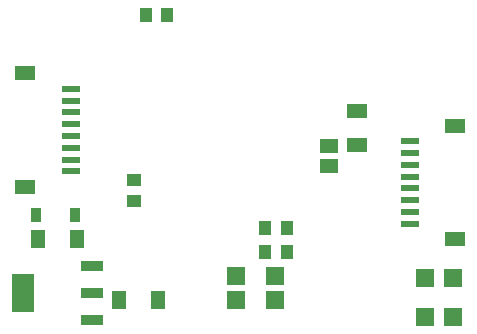
<source format=gbr>
%TF.GenerationSoftware,Altium Limited,Altium Designer,21.3.2 (30)*%
G04 Layer_Color=128*
%FSLAX44Y44*%
%MOMM*%
%TF.SameCoordinates,DF9C5644-7730-4CB0-946D-AD2690A7FF42*%
%TF.FilePolarity,Positive*%
%TF.FileFunction,Paste,Bot*%
%TF.Part,Single*%
G01*
G75*
%TA.AperFunction,SMDPad,CuDef*%
%ADD12R,1.3000X1.0000*%
%ADD15R,1.5240X1.5240*%
%ADD25R,1.0000X1.3000*%
%ADD33R,1.9000X0.9000*%
%ADD34R,1.9000X3.2000*%
%ADD35R,1.8000X1.2000*%
%ADD36R,1.5500X0.6000*%
%ADD37R,0.9100X1.2200*%
%ADD38R,1.5000X1.3000*%
%ADD39R,1.3000X1.5240*%
%ADD40R,1.8000X1.3000*%
%ADD41R,1.5240X1.5240*%
D12*
X673100Y776224D02*
D03*
X673200Y758324D02*
D03*
D15*
X759460Y694690D02*
D03*
X792480D02*
D03*
X759460Y674370D02*
D03*
X792480D02*
D03*
D25*
X701294Y915670D02*
D03*
X683394Y915570D02*
D03*
X784740Y735230D02*
D03*
X802640Y735330D02*
D03*
X784740Y714910D02*
D03*
X802640Y715010D02*
D03*
D33*
X638120Y703720D02*
D03*
Y680720D02*
D03*
Y657720D02*
D03*
D34*
X579120Y680720D02*
D03*
D35*
X581000Y866440D02*
D03*
Y770440D02*
D03*
X945540Y725990D02*
D03*
Y821990D02*
D03*
D36*
X619760Y853440D02*
D03*
Y843440D02*
D03*
Y833440D02*
D03*
Y823440D02*
D03*
Y813440D02*
D03*
Y803440D02*
D03*
Y793440D02*
D03*
Y783440D02*
D03*
X906780Y738990D02*
D03*
Y748990D02*
D03*
Y758990D02*
D03*
Y768990D02*
D03*
Y778990D02*
D03*
Y788990D02*
D03*
Y798990D02*
D03*
Y808990D02*
D03*
D37*
X623410Y746760D02*
D03*
X590710D02*
D03*
D38*
X838200Y787790D02*
D03*
Y804790D02*
D03*
D39*
X660400Y674370D02*
D03*
X693420D02*
D03*
X591820Y726440D02*
D03*
X624840D02*
D03*
D40*
X862330Y805920D02*
D03*
Y834920D02*
D03*
D41*
X943610Y693420D02*
D03*
Y660400D02*
D03*
X919480Y693140D02*
D03*
Y660120D02*
D03*
%TF.MD5,69f9739c5db6f2d111f5ed8a6ccb589e*%
M02*

</source>
